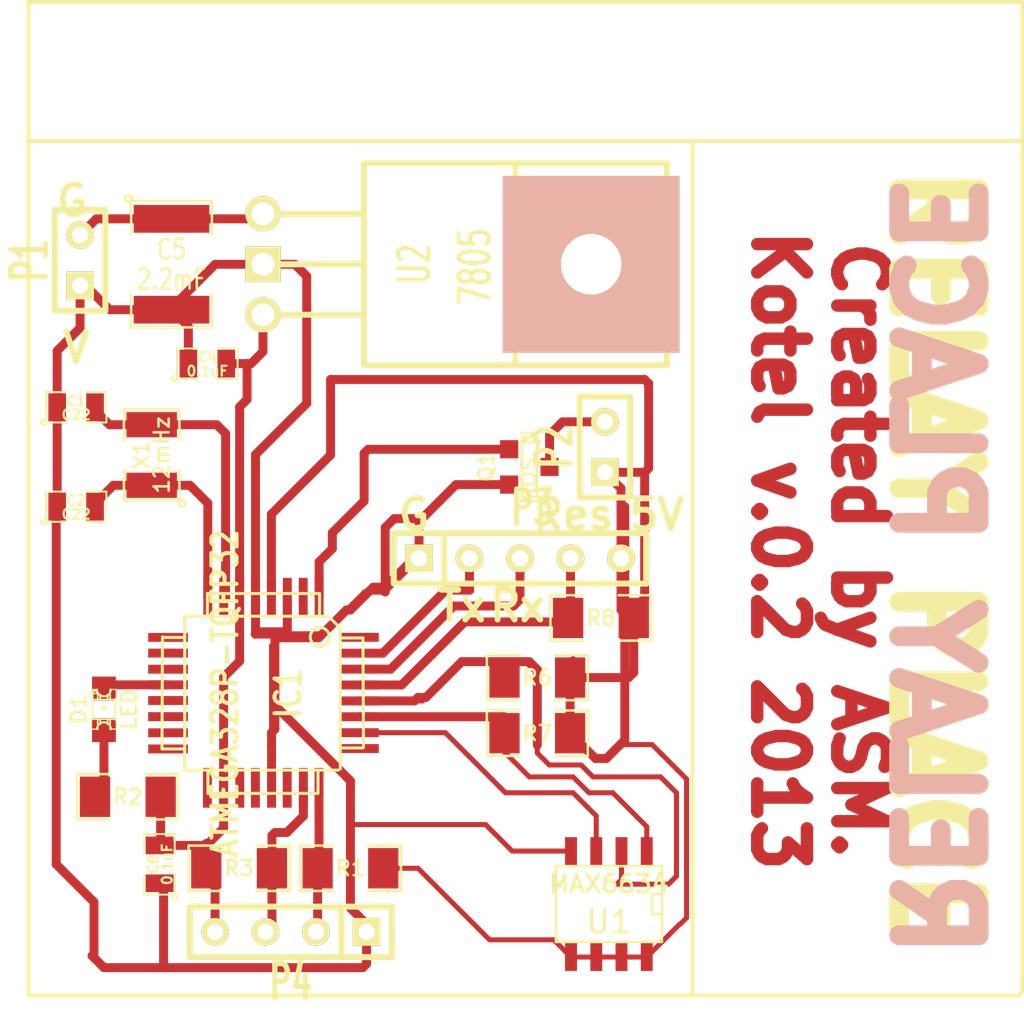
<source format=kicad_pcb>
(kicad_pcb (version 3) (host pcbnew "(2013-may-18)-stable")

  (general
    (links 54)
    (no_connects 1)
    (area 174.18873 118.899999 241.023809 169.61381)
    (thickness 1.6)
    (drawings 17)
    (tracks 262)
    (zones 0)
    (modules 21)
    (nets 18)
  )

  (page A3)
  (layers
    (15 F.Cu signal)
    (0 B.Cu signal)
    (16 B.Adhes user)
    (17 F.Adhes user)
    (18 B.Paste user)
    (19 F.Paste user)
    (20 B.SilkS user)
    (21 F.SilkS user)
    (22 B.Mask user)
    (23 F.Mask user)
    (24 Dwgs.User user)
    (25 Cmts.User user)
    (26 Eco1.User user)
    (27 Eco2.User user)
    (28 Edge.Cuts user)
  )

  (setup
    (last_trace_width 0.254)
    (user_trace_width 0.45)
    (trace_clearance 0.254)
    (zone_clearance 0.508)
    (zone_45_only no)
    (trace_min 0.254)
    (segment_width 0.2)
    (edge_width 0.1)
    (via_size 0.889)
    (via_drill 0.635)
    (via_min_size 0.889)
    (via_min_drill 0.508)
    (uvia_size 0.508)
    (uvia_drill 0.127)
    (uvias_allowed no)
    (uvia_min_size 0.508)
    (uvia_min_drill 0.127)
    (pcb_text_width 0.3)
    (pcb_text_size 1.5 1.5)
    (mod_edge_width 0.15)
    (mod_text_size 1 1)
    (mod_text_width 0.15)
    (pad_size 1.5 1.5)
    (pad_drill 0.6)
    (pad_to_mask_clearance 0)
    (aux_axis_origin 0 0)
    (visible_elements FFFFFFBF)
    (pcbplotparams
      (layerselection 3178497)
      (usegerberextensions false)
      (excludeedgelayer true)
      (linewidth 0.150000)
      (plotframeref false)
      (viasonmask false)
      (mode 1)
      (useauxorigin false)
      (hpglpennumber 1)
      (hpglpenspeed 20)
      (hpglpendiameter 15)
      (hpglpenoverlay 2)
      (psnegative false)
      (psa4output false)
      (plotreference true)
      (plotvalue true)
      (plotothertext true)
      (plotinvisibletext false)
      (padsonsilk false)
      (subtractmaskfromsilk false)
      (outputformat 2)
      (mirror true)
      (drillshape 0)
      (scaleselection 1)
      (outputdirectory ""))
  )

  (net 0 "")
  (net 1 +5V)
  (net 2 /!ALERT)
  (net 3 /Reset)
  (net 4 /Rx)
  (net 5 /SDA)
  (net 6 "/SDA SW")
  (net 7 /SDL)
  (net 8 "/SDL SW")
  (net 9 /TX)
  (net 10 GND)
  (net 11 N-0000017)
  (net 12 N-000003)
  (net 13 N-000004)
  (net 14 N-000005)
  (net 15 N-000008)
  (net 16 N-000009)
  (net 17 VCC)

  (net_class Default "This is the default net class."
    (clearance 0.254)
    (trace_width 0.254)
    (via_dia 0.889)
    (via_drill 0.635)
    (uvia_dia 0.508)
    (uvia_drill 0.127)
    (add_net "")
    (add_net +5V)
    (add_net /!ALERT)
    (add_net /Reset)
    (add_net /Rx)
    (add_net /SDA)
    (add_net "/SDA SW")
    (add_net /SDL)
    (add_net "/SDL SW")
    (add_net /TX)
    (add_net GND)
    (add_net N-0000017)
    (add_net N-000003)
    (add_net N-000004)
    (add_net N-000005)
    (add_net N-000008)
    (add_net N-000009)
    (add_net VCC)
  )

  (module TQFP32 (layer F.Cu) (tedit 43A670DA) (tstamp 52360BE1)
    (at 187.2 153.8 270)
    (path /5236108D)
    (fp_text reference IC1 (at 0 -1.27 270) (layer F.SilkS)
      (effects (font (size 1.27 1.016) (thickness 0.2032)))
    )
    (fp_text value ATMEGA328P-TQFP32 (at 0 1.905 270) (layer F.SilkS)
      (effects (font (size 1.27 1.016) (thickness 0.2032)))
    )
    (fp_line (start 5.0292 2.7686) (end 3.8862 2.7686) (layer F.SilkS) (width 0.1524))
    (fp_line (start 5.0292 -2.7686) (end 3.9116 -2.7686) (layer F.SilkS) (width 0.1524))
    (fp_line (start 5.0292 2.7686) (end 5.0292 -2.7686) (layer F.SilkS) (width 0.1524))
    (fp_line (start 2.794 3.9624) (end 2.794 5.0546) (layer F.SilkS) (width 0.1524))
    (fp_line (start -2.8194 3.9878) (end -2.8194 5.0546) (layer F.SilkS) (width 0.1524))
    (fp_line (start -2.8448 5.0546) (end 2.794 5.08) (layer F.SilkS) (width 0.1524))
    (fp_line (start -2.794 -5.0292) (end 2.7178 -5.0546) (layer F.SilkS) (width 0.1524))
    (fp_line (start -3.8862 -3.2766) (end -3.8862 3.9116) (layer F.SilkS) (width 0.1524))
    (fp_line (start 2.7432 -5.0292) (end 2.7432 -3.9878) (layer F.SilkS) (width 0.1524))
    (fp_line (start -3.2512 -3.8862) (end 3.81 -3.8862) (layer F.SilkS) (width 0.1524))
    (fp_line (start 3.8608 3.937) (end 3.8608 -3.7846) (layer F.SilkS) (width 0.1524))
    (fp_line (start -3.8862 3.937) (end 3.7338 3.937) (layer F.SilkS) (width 0.1524))
    (fp_line (start -5.0292 -2.8448) (end -5.0292 2.794) (layer F.SilkS) (width 0.1524))
    (fp_line (start -5.0292 2.794) (end -3.8862 2.794) (layer F.SilkS) (width 0.1524))
    (fp_line (start -3.87604 -3.302) (end -3.29184 -3.8862) (layer F.SilkS) (width 0.1524))
    (fp_line (start -5.02412 -2.8448) (end -3.87604 -2.8448) (layer F.SilkS) (width 0.1524))
    (fp_line (start -2.794 -3.8862) (end -2.794 -5.03428) (layer F.SilkS) (width 0.1524))
    (fp_circle (center -2.83972 -2.86004) (end -2.43332 -2.60604) (layer F.SilkS) (width 0.1524))
    (pad 8 smd rect (at -4.81584 2.77622 270) (size 1.99898 0.44958)
      (layers F.Cu F.Paste F.Mask)
      (net 16 N-000009)
    )
    (pad 7 smd rect (at -4.81584 1.97612 270) (size 1.99898 0.44958)
      (layers F.Cu F.Paste F.Mask)
      (net 15 N-000008)
    )
    (pad 6 smd rect (at -4.81584 1.17602 270) (size 1.99898 0.44958)
      (layers F.Cu F.Paste F.Mask)
      (net 1 +5V)
    )
    (pad 5 smd rect (at -4.81584 0.37592 270) (size 1.99898 0.44958)
      (layers F.Cu F.Paste F.Mask)
      (net 10 GND)
    )
    (pad 4 smd rect (at -4.81584 -0.42418 270) (size 1.99898 0.44958)
      (layers F.Cu F.Paste F.Mask)
      (net 1 +5V)
    )
    (pad 3 smd rect (at -4.81584 -1.22428 270) (size 1.99898 0.44958)
      (layers F.Cu F.Paste F.Mask)
      (net 10 GND)
    )
    (pad 2 smd rect (at -4.81584 -2.02438 270) (size 1.99898 0.44958)
      (layers F.Cu F.Paste F.Mask)
    )
    (pad 1 smd rect (at -4.81584 -2.82448 270) (size 1.99898 0.44958)
      (layers F.Cu F.Paste F.Mask)
      (net 11 N-0000017)
    )
    (pad 24 smd rect (at 4.7498 -2.8194 270) (size 1.99898 0.44958)
      (layers F.Cu F.Paste F.Mask)
      (net 6 "/SDA SW")
    )
    (pad 17 smd rect (at 4.7498 2.794 270) (size 1.99898 0.44958)
      (layers F.Cu F.Paste F.Mask)
    )
    (pad 18 smd rect (at 4.7498 1.9812 270) (size 1.99898 0.44958)
      (layers F.Cu F.Paste F.Mask)
      (net 1 +5V)
    )
    (pad 19 smd rect (at 4.7498 1.1684 270) (size 1.99898 0.44958)
      (layers F.Cu F.Paste F.Mask)
    )
    (pad 20 smd rect (at 4.7498 0.381 270) (size 1.99898 0.44958)
      (layers F.Cu F.Paste F.Mask)
    )
    (pad 21 smd rect (at 4.7498 -0.4318 270) (size 1.99898 0.44958)
      (layers F.Cu F.Paste F.Mask)
      (net 10 GND)
    )
    (pad 22 smd rect (at 4.7498 -1.2192 270) (size 1.99898 0.44958)
      (layers F.Cu F.Paste F.Mask)
    )
    (pad 23 smd rect (at 4.7498 -2.032 270) (size 1.99898 0.44958)
      (layers F.Cu F.Paste F.Mask)
      (net 8 "/SDL SW")
    )
    (pad 32 smd rect (at -2.82448 -4.826 270) (size 0.44958 1.99898)
      (layers F.Cu F.Paste F.Mask)
    )
    (pad 31 smd rect (at -2.02692 -4.826 270) (size 0.44958 1.99898)
      (layers F.Cu F.Paste F.Mask)
      (net 9 /TX)
    )
    (pad 30 smd rect (at -1.22428 -4.826 270) (size 0.44958 1.99898)
      (layers F.Cu F.Paste F.Mask)
      (net 4 /Rx)
    )
    (pad 29 smd rect (at -0.42672 -4.826 270) (size 0.44958 1.99898)
      (layers F.Cu F.Paste F.Mask)
      (net 3 /Reset)
    )
    (pad 28 smd rect (at 0.37592 -4.826 270) (size 0.44958 1.99898)
      (layers F.Cu F.Paste F.Mask)
      (net 7 /SDL)
    )
    (pad 27 smd rect (at 1.17348 -4.826 270) (size 0.44958 1.99898)
      (layers F.Cu F.Paste F.Mask)
      (net 5 /SDA)
    )
    (pad 26 smd rect (at 1.97612 -4.826 270) (size 0.44958 1.99898)
      (layers F.Cu F.Paste F.Mask)
      (net 2 /!ALERT)
    )
    (pad 25 smd rect (at 2.77368 -4.826 270) (size 0.44958 1.99898)
      (layers F.Cu F.Paste F.Mask)
    )
    (pad 9 smd rect (at -2.8194 4.7752 270) (size 0.44958 1.99898)
      (layers F.Cu F.Paste F.Mask)
    )
    (pad 10 smd rect (at -2.032 4.7752 270) (size 0.44958 1.99898)
      (layers F.Cu F.Paste F.Mask)
    )
    (pad 11 smd rect (at -1.2192 4.7752 270) (size 0.44958 1.99898)
      (layers F.Cu F.Paste F.Mask)
    )
    (pad 12 smd rect (at -0.4318 4.7752 270) (size 0.44958 1.99898)
      (layers F.Cu F.Paste F.Mask)
      (net 14 N-000005)
    )
    (pad 13 smd rect (at 0.3556 4.7752 270) (size 0.44958 1.99898)
      (layers F.Cu F.Paste F.Mask)
    )
    (pad 14 smd rect (at 1.1684 4.7752 270) (size 0.44958 1.99898)
      (layers F.Cu F.Paste F.Mask)
    )
    (pad 15 smd rect (at 1.9812 4.7752 270) (size 0.44958 1.99898)
      (layers F.Cu F.Paste F.Mask)
    )
    (pad 16 smd rect (at 2.794 4.7752 270) (size 0.44958 1.99898)
      (layers F.Cu F.Paste F.Mask)
    )
    (model smd/tqfp32.wrl
      (at (xyz 0 0 0))
      (scale (xyz 1 1 1))
      (rotate (xyz 0 0 0))
    )
  )

  (module SOT23GDS (layer F.Cu) (tedit 50911E03) (tstamp 52360BEC)
    (at 200.6 142.4 90)
    (descr "Module CMS SOT23 Transistore EBC")
    (tags "CMS SOT")
    (path /52360961)
    (attr smd)
    (fp_text reference Q1 (at 0 -2.159 90) (layer F.SilkS)
      (effects (font (size 0.762 0.762) (thickness 0.12954)))
    )
    (fp_text value MOS_N (at 0 0 90) (layer F.SilkS)
      (effects (font (size 0.762 0.762) (thickness 0.12954)))
    )
    (fp_line (start -1.524 -0.381) (end 1.524 -0.381) (layer F.SilkS) (width 0.11938))
    (fp_line (start 1.524 -0.381) (end 1.524 0.381) (layer F.SilkS) (width 0.11938))
    (fp_line (start 1.524 0.381) (end -1.524 0.381) (layer F.SilkS) (width 0.11938))
    (fp_line (start -1.524 0.381) (end -1.524 -0.381) (layer F.SilkS) (width 0.11938))
    (pad S smd rect (at -0.889 -1.016 90) (size 0.9144 0.9144)
      (layers F.Cu F.Paste F.Mask)
      (net 10 GND)
    )
    (pad G smd rect (at 0.889 -1.016 90) (size 0.9144 0.9144)
      (layers F.Cu F.Paste F.Mask)
      (net 11 N-0000017)
    )
    (pad D smd rect (at 0 1.016 90) (size 0.9144 0.9144)
      (layers F.Cu F.Paste F.Mask)
      (net 13 N-000004)
    )
    (model smd/cms_sot23.wrl
      (at (xyz 0 0 0))
      (scale (xyz 0.13 0.15 0.15))
      (rotate (xyz 0 0 0))
    )
  )

  (module SM1206 (layer F.Cu) (tedit 42806E24) (tstamp 52360BF8)
    (at 201 155.8)
    (path /522A3821)
    (attr smd)
    (fp_text reference R7 (at 0 0) (layer F.SilkS)
      (effects (font (size 0.762 0.762) (thickness 0.127)))
    )
    (fp_text value R4.7 (at 0 0) (layer F.SilkS) hide
      (effects (font (size 0.762 0.762) (thickness 0.127)))
    )
    (fp_line (start -2.54 -1.143) (end -2.54 1.143) (layer F.SilkS) (width 0.127))
    (fp_line (start -2.54 1.143) (end -0.889 1.143) (layer F.SilkS) (width 0.127))
    (fp_line (start 0.889 -1.143) (end 2.54 -1.143) (layer F.SilkS) (width 0.127))
    (fp_line (start 2.54 -1.143) (end 2.54 1.143) (layer F.SilkS) (width 0.127))
    (fp_line (start 2.54 1.143) (end 0.889 1.143) (layer F.SilkS) (width 0.127))
    (fp_line (start -0.889 -1.143) (end -2.54 -1.143) (layer F.SilkS) (width 0.127))
    (pad 1 smd rect (at -1.651 0) (size 1.524 2.032)
      (layers F.Cu F.Paste F.Mask)
      (net 5 /SDA)
    )
    (pad 2 smd rect (at 1.651 0) (size 1.524 2.032)
      (layers F.Cu F.Paste F.Mask)
      (net 1 +5V)
    )
    (model smd/chip_cms.wrl
      (at (xyz 0 0 0))
      (scale (xyz 0.17 0.16 0.16))
      (rotate (xyz 0 0 0))
    )
  )

  (module SM1206 (layer F.Cu) (tedit 42806E24) (tstamp 52360C04)
    (at 201 153)
    (path /522A381B)
    (attr smd)
    (fp_text reference R6 (at 0 0) (layer F.SilkS)
      (effects (font (size 0.762 0.762) (thickness 0.127)))
    )
    (fp_text value R4.7 (at 0 0) (layer F.SilkS) hide
      (effects (font (size 0.762 0.762) (thickness 0.127)))
    )
    (fp_line (start -2.54 -1.143) (end -2.54 1.143) (layer F.SilkS) (width 0.127))
    (fp_line (start -2.54 1.143) (end -0.889 1.143) (layer F.SilkS) (width 0.127))
    (fp_line (start 0.889 -1.143) (end 2.54 -1.143) (layer F.SilkS) (width 0.127))
    (fp_line (start 2.54 -1.143) (end 2.54 1.143) (layer F.SilkS) (width 0.127))
    (fp_line (start 2.54 1.143) (end 0.889 1.143) (layer F.SilkS) (width 0.127))
    (fp_line (start -0.889 -1.143) (end -2.54 -1.143) (layer F.SilkS) (width 0.127))
    (pad 1 smd rect (at -1.651 0) (size 1.524 2.032)
      (layers F.Cu F.Paste F.Mask)
      (net 7 /SDL)
    )
    (pad 2 smd rect (at 1.651 0) (size 1.524 2.032)
      (layers F.Cu F.Paste F.Mask)
      (net 1 +5V)
    )
    (model smd/chip_cms.wrl
      (at (xyz 0 0 0))
      (scale (xyz 0.17 0.16 0.16))
      (rotate (xyz 0 0 0))
    )
  )

  (module SM1206 (layer F.Cu) (tedit 42806E24) (tstamp 52360C10)
    (at 186 162.6 180)
    (path /52448428)
    (attr smd)
    (fp_text reference R3 (at 0 0 180) (layer F.SilkS)
      (effects (font (size 0.762 0.762) (thickness 0.127)))
    )
    (fp_text value R4.7 (at 0 0 180) (layer F.SilkS) hide
      (effects (font (size 0.762 0.762) (thickness 0.127)))
    )
    (fp_line (start -2.54 -1.143) (end -2.54 1.143) (layer F.SilkS) (width 0.127))
    (fp_line (start -2.54 1.143) (end -0.889 1.143) (layer F.SilkS) (width 0.127))
    (fp_line (start 0.889 -1.143) (end 2.54 -1.143) (layer F.SilkS) (width 0.127))
    (fp_line (start 2.54 -1.143) (end 2.54 1.143) (layer F.SilkS) (width 0.127))
    (fp_line (start 2.54 1.143) (end 0.889 1.143) (layer F.SilkS) (width 0.127))
    (fp_line (start -0.889 -1.143) (end -2.54 -1.143) (layer F.SilkS) (width 0.127))
    (pad 1 smd rect (at -1.651 0 180) (size 1.524 2.032)
      (layers F.Cu F.Paste F.Mask)
      (net 8 "/SDL SW")
    )
    (pad 2 smd rect (at 1.651 0 180) (size 1.524 2.032)
      (layers F.Cu F.Paste F.Mask)
      (net 1 +5V)
    )
    (model smd/chip_cms.wrl
      (at (xyz 0 0 0))
      (scale (xyz 0.17 0.16 0.16))
      (rotate (xyz 0 0 0))
    )
  )

  (module SM1206 (layer F.Cu) (tedit 42806E24) (tstamp 52360C34)
    (at 180.4 159 180)
    (path /5235FAA6)
    (attr smd)
    (fp_text reference R2 (at 0 0 180) (layer F.SilkS)
      (effects (font (size 0.762 0.762) (thickness 0.127)))
    )
    (fp_text value 200 (at 0 0 180) (layer F.SilkS) hide
      (effects (font (size 0.762 0.762) (thickness 0.127)))
    )
    (fp_line (start -2.54 -1.143) (end -2.54 1.143) (layer F.SilkS) (width 0.127))
    (fp_line (start -2.54 1.143) (end -0.889 1.143) (layer F.SilkS) (width 0.127))
    (fp_line (start 0.889 -1.143) (end 2.54 -1.143) (layer F.SilkS) (width 0.127))
    (fp_line (start 2.54 -1.143) (end 2.54 1.143) (layer F.SilkS) (width 0.127))
    (fp_line (start 2.54 1.143) (end 0.889 1.143) (layer F.SilkS) (width 0.127))
    (fp_line (start -0.889 -1.143) (end -2.54 -1.143) (layer F.SilkS) (width 0.127))
    (pad 1 smd rect (at -1.651 0 180) (size 1.524 2.032)
      (layers F.Cu F.Paste F.Mask)
      (net 1 +5V)
    )
    (pad 2 smd rect (at 1.651 0 180) (size 1.524 2.032)
      (layers F.Cu F.Paste F.Mask)
      (net 12 N-000003)
    )
    (model smd/chip_cms.wrl
      (at (xyz 0 0 0))
      (scale (xyz 0.17 0.16 0.16))
      (rotate (xyz 0 0 0))
    )
  )

  (module SM0805 (layer F.Cu) (tedit 5091495C) (tstamp 52360C41)
    (at 184.4 137.2)
    (path /5236108A)
    (attr smd)
    (fp_text reference C4 (at 0 -0.3175) (layer F.SilkS)
      (effects (font (size 0.50038 0.50038) (thickness 0.10922)))
    )
    (fp_text value 0.1uF (at 0 0.381) (layer F.SilkS)
      (effects (font (size 0.50038 0.50038) (thickness 0.10922)))
    )
    (fp_circle (center -1.651 0.762) (end -1.651 0.635) (layer F.SilkS) (width 0.09906))
    (fp_line (start -0.508 0.762) (end -1.524 0.762) (layer F.SilkS) (width 0.09906))
    (fp_line (start -1.524 0.762) (end -1.524 -0.762) (layer F.SilkS) (width 0.09906))
    (fp_line (start -1.524 -0.762) (end -0.508 -0.762) (layer F.SilkS) (width 0.09906))
    (fp_line (start 0.508 -0.762) (end 1.524 -0.762) (layer F.SilkS) (width 0.09906))
    (fp_line (start 1.524 -0.762) (end 1.524 0.762) (layer F.SilkS) (width 0.09906))
    (fp_line (start 1.524 0.762) (end 0.508 0.762) (layer F.SilkS) (width 0.09906))
    (pad 1 smd rect (at -0.9525 0) (size 0.889 1.397)
      (layers F.Cu F.Paste F.Mask)
      (net 10 GND)
    )
    (pad 2 smd rect (at 0.9525 0) (size 0.889 1.397)
      (layers F.Cu F.Paste F.Mask)
      (net 1 +5V)
    )
    (model smd/chip_cms.wrl
      (at (xyz 0 0 0))
      (scale (xyz 0.1 0.1 0.1))
      (rotate (xyz 0 0 0))
    )
  )

  (module SM0805 (layer F.Cu) (tedit 5091495C) (tstamp 52360C4E)
    (at 182 162.4 90)
    (path /52361093)
    (attr smd)
    (fp_text reference C6 (at 0 -0.3175 90) (layer F.SilkS)
      (effects (font (size 0.50038 0.50038) (thickness 0.10922)))
    )
    (fp_text value 0.1uF (at 0 0.381 90) (layer F.SilkS)
      (effects (font (size 0.50038 0.50038) (thickness 0.10922)))
    )
    (fp_circle (center -1.651 0.762) (end -1.651 0.635) (layer F.SilkS) (width 0.09906))
    (fp_line (start -0.508 0.762) (end -1.524 0.762) (layer F.SilkS) (width 0.09906))
    (fp_line (start -1.524 0.762) (end -1.524 -0.762) (layer F.SilkS) (width 0.09906))
    (fp_line (start -1.524 -0.762) (end -0.508 -0.762) (layer F.SilkS) (width 0.09906))
    (fp_line (start 0.508 -0.762) (end 1.524 -0.762) (layer F.SilkS) (width 0.09906))
    (fp_line (start 1.524 -0.762) (end 1.524 0.762) (layer F.SilkS) (width 0.09906))
    (fp_line (start 1.524 0.762) (end 0.508 0.762) (layer F.SilkS) (width 0.09906))
    (pad 1 smd rect (at -0.9525 0 90) (size 0.889 1.397)
      (layers F.Cu F.Paste F.Mask)
      (net 10 GND)
    )
    (pad 2 smd rect (at 0.9525 0 90) (size 0.889 1.397)
      (layers F.Cu F.Paste F.Mask)
      (net 1 +5V)
    )
    (model smd/chip_cms.wrl
      (at (xyz 0 0 0))
      (scale (xyz 0.1 0.1 0.1))
      (rotate (xyz 0 0 0))
    )
  )

  (module SM0805 (layer F.Cu) (tedit 5091495C) (tstamp 52360C68)
    (at 177.8 144.4)
    (path /5235F94F)
    (attr smd)
    (fp_text reference C2 (at 0 -0.3175) (layer F.SilkS)
      (effects (font (size 0.50038 0.50038) (thickness 0.10922)))
    )
    (fp_text value C22 (at 0 0.381) (layer F.SilkS)
      (effects (font (size 0.50038 0.50038) (thickness 0.10922)))
    )
    (fp_circle (center -1.651 0.762) (end -1.651 0.635) (layer F.SilkS) (width 0.09906))
    (fp_line (start -0.508 0.762) (end -1.524 0.762) (layer F.SilkS) (width 0.09906))
    (fp_line (start -1.524 0.762) (end -1.524 -0.762) (layer F.SilkS) (width 0.09906))
    (fp_line (start -1.524 -0.762) (end -0.508 -0.762) (layer F.SilkS) (width 0.09906))
    (fp_line (start 0.508 -0.762) (end 1.524 -0.762) (layer F.SilkS) (width 0.09906))
    (fp_line (start 1.524 -0.762) (end 1.524 0.762) (layer F.SilkS) (width 0.09906))
    (fp_line (start 1.524 0.762) (end 0.508 0.762) (layer F.SilkS) (width 0.09906))
    (pad 1 smd rect (at -0.9525 0) (size 0.889 1.397)
      (layers F.Cu F.Paste F.Mask)
      (net 10 GND)
    )
    (pad 2 smd rect (at 0.9525 0) (size 0.889 1.397)
      (layers F.Cu F.Paste F.Mask)
      (net 16 N-000009)
    )
    (model smd/chip_cms.wrl
      (at (xyz 0 0 0))
      (scale (xyz 0.1 0.1 0.1))
      (rotate (xyz 0 0 0))
    )
  )

  (module SM0805 (layer F.Cu) (tedit 5091495C) (tstamp 52360C75)
    (at 177.8 139.4)
    (path /5235F942)
    (attr smd)
    (fp_text reference C1 (at 0 -0.3175) (layer F.SilkS)
      (effects (font (size 0.50038 0.50038) (thickness 0.10922)))
    )
    (fp_text value C22 (at 0 0.381) (layer F.SilkS)
      (effects (font (size 0.50038 0.50038) (thickness 0.10922)))
    )
    (fp_circle (center -1.651 0.762) (end -1.651 0.635) (layer F.SilkS) (width 0.09906))
    (fp_line (start -0.508 0.762) (end -1.524 0.762) (layer F.SilkS) (width 0.09906))
    (fp_line (start -1.524 0.762) (end -1.524 -0.762) (layer F.SilkS) (width 0.09906))
    (fp_line (start -1.524 -0.762) (end -0.508 -0.762) (layer F.SilkS) (width 0.09906))
    (fp_line (start 0.508 -0.762) (end 1.524 -0.762) (layer F.SilkS) (width 0.09906))
    (fp_line (start 1.524 -0.762) (end 1.524 0.762) (layer F.SilkS) (width 0.09906))
    (fp_line (start 1.524 0.762) (end 0.508 0.762) (layer F.SilkS) (width 0.09906))
    (pad 1 smd rect (at -0.9525 0) (size 0.889 1.397)
      (layers F.Cu F.Paste F.Mask)
      (net 10 GND)
    )
    (pad 2 smd rect (at 0.9525 0) (size 0.889 1.397)
      (layers F.Cu F.Paste F.Mask)
      (net 15 N-000008)
    )
    (model smd/chip_cms.wrl
      (at (xyz 0 0 0))
      (scale (xyz 0.1 0.1 0.1))
      (rotate (xyz 0 0 0))
    )
  )

  (module SIL-5 (layer F.Cu) (tedit 200000) (tstamp 52360C83)
    (at 201.4 147)
    (descr "Connecteur 5 pins")
    (tags "CONN DEV")
    (path /5235F648)
    (fp_text reference P3 (at -0.635 -2.54) (layer F.SilkS)
      (effects (font (size 1.72974 1.08712) (thickness 0.3048)))
    )
    (fp_text value UART_RST (at 0 -2.54) (layer F.SilkS) hide
      (effects (font (size 1.524 1.016) (thickness 0.3048)))
    )
    (fp_line (start -7.62 1.27) (end -7.62 -1.27) (layer F.SilkS) (width 0.3048))
    (fp_line (start -7.62 -1.27) (end 5.08 -1.27) (layer F.SilkS) (width 0.3048))
    (fp_line (start 5.08 -1.27) (end 5.08 1.27) (layer F.SilkS) (width 0.3048))
    (fp_line (start 5.08 1.27) (end -7.62 1.27) (layer F.SilkS) (width 0.3048))
    (fp_line (start -5.08 1.27) (end -5.08 -1.27) (layer F.SilkS) (width 0.3048))
    (pad 1 thru_hole rect (at -6.35 0) (size 1.397 1.397) (drill 0.8128)
      (layers *.Cu *.Mask F.SilkS)
      (net 10 GND)
    )
    (pad 2 thru_hole circle (at -3.81 0) (size 1.397 1.397) (drill 0.8128)
      (layers *.Cu *.Mask F.SilkS)
      (net 9 /TX)
    )
    (pad 3 thru_hole circle (at -1.27 0) (size 1.397 1.397) (drill 0.8128)
      (layers *.Cu *.Mask F.SilkS)
      (net 4 /Rx)
    )
    (pad 4 thru_hole circle (at 1.27 0) (size 1.397 1.397) (drill 0.8128)
      (layers *.Cu *.Mask F.SilkS)
      (net 3 /Reset)
    )
    (pad 5 thru_hole circle (at 3.81 0) (size 1.397 1.397) (drill 0.8128)
      (layers *.Cu *.Mask F.SilkS)
      (net 1 +5V)
    )
  )

  (module SIL-2 (layer F.Cu) (tedit 200000) (tstamp 52360C8D)
    (at 204.4 141.4 90)
    (descr "Connecteurs 2 pins")
    (tags "CONN DEV")
    (path /5236023E)
    (fp_text reference P2 (at 0 -2.54 90) (layer F.SilkS)
      (effects (font (size 1.72974 1.08712) (thickness 0.3048)))
    )
    (fp_text value "RELE CONNECTOR" (at 0 -2.54 90) (layer F.SilkS) hide
      (effects (font (size 1.524 1.016) (thickness 0.3048)))
    )
    (fp_line (start -2.54 1.27) (end -2.54 -1.27) (layer F.SilkS) (width 0.3048))
    (fp_line (start -2.54 -1.27) (end 2.54 -1.27) (layer F.SilkS) (width 0.3048))
    (fp_line (start 2.54 -1.27) (end 2.54 1.27) (layer F.SilkS) (width 0.3048))
    (fp_line (start 2.54 1.27) (end -2.54 1.27) (layer F.SilkS) (width 0.3048))
    (pad 1 thru_hole rect (at -1.27 0 90) (size 1.397 1.397) (drill 0.8128)
      (layers *.Cu *.Mask F.SilkS)
      (net 1 +5V)
    )
    (pad 2 thru_hole circle (at 1.27 0 90) (size 1.397 1.397) (drill 0.8128)
      (layers *.Cu *.Mask F.SilkS)
      (net 13 N-000004)
    )
  )

  (module SIL-2 (layer F.Cu) (tedit 200000) (tstamp 52360C97)
    (at 178 132 90)
    (descr "Connecteurs 2 pins")
    (tags "CONN DEV")
    (path /52360C91)
    (fp_text reference P1 (at 0 -2.54 90) (layer F.SilkS)
      (effects (font (size 1.72974 1.08712) (thickness 0.3048)))
    )
    (fp_text value Power (at 0 -2.54 90) (layer F.SilkS) hide
      (effects (font (size 1.524 1.016) (thickness 0.3048)))
    )
    (fp_line (start -2.54 1.27) (end -2.54 -1.27) (layer F.SilkS) (width 0.3048))
    (fp_line (start -2.54 -1.27) (end 2.54 -1.27) (layer F.SilkS) (width 0.3048))
    (fp_line (start 2.54 -1.27) (end 2.54 1.27) (layer F.SilkS) (width 0.3048))
    (fp_line (start 2.54 1.27) (end -2.54 1.27) (layer F.SilkS) (width 0.3048))
    (pad 1 thru_hole rect (at -1.27 0 90) (size 1.397 1.397) (drill 0.8128)
      (layers *.Cu *.Mask F.SilkS)
      (net 10 GND)
    )
    (pad 2 thru_hole circle (at 1.27 0 90) (size 1.397 1.397) (drill 0.8128)
      (layers *.Cu *.Mask F.SilkS)
      (net 17 VCC)
    )
  )

  (module LM78XX (layer F.Cu) (tedit 200000) (tstamp 52361291)
    (at 187.2 132.2)
    (descr "Regulateur TO220 serie LM78xx")
    (tags "TR TO220")
    (path /52360BB5)
    (fp_text reference U2 (at 7.62 0 90) (layer F.SilkS)
      (effects (font (size 1.524 1.016) (thickness 0.2032)))
    )
    (fp_text value 7805 (at 10.668 0.127 90) (layer F.SilkS)
      (effects (font (size 1.524 1.016) (thickness 0.2032)))
    )
    (fp_line (start 0 -2.54) (end 5.08 -2.54) (layer F.SilkS) (width 0.3048))
    (fp_line (start 0 0) (end 5.08 0) (layer F.SilkS) (width 0.3048))
    (fp_line (start 0 2.54) (end 5.08 2.54) (layer F.SilkS) (width 0.3048))
    (fp_line (start 5.08 -3.81) (end 5.08 5.08) (layer F.SilkS) (width 0.3048))
    (fp_line (start 5.08 5.08) (end 20.32 5.08) (layer F.SilkS) (width 0.3048))
    (fp_line (start 20.32 5.08) (end 20.32 -5.08) (layer F.SilkS) (width 0.3048))
    (fp_line (start 5.08 -3.81) (end 5.08 -5.08) (layer F.SilkS) (width 0.3048))
    (fp_line (start 12.7 3.81) (end 12.7 -5.08) (layer F.SilkS) (width 0.3048))
    (fp_line (start 12.7 3.81) (end 12.7 5.08) (layer F.SilkS) (width 0.3048))
    (fp_line (start 5.08 -5.08) (end 20.32 -5.08) (layer F.SilkS) (width 0.3048))
    (pad 4 thru_hole rect (at 16.51 0) (size 8.89 8.89) (drill 3.048)
      (layers *.Cu *.SilkS *.Mask)
    )
    (pad VI thru_hole circle (at 0 -2.54) (size 1.778 1.778) (drill 1.143)
      (layers *.Cu *.Mask F.SilkS)
      (net 17 VCC)
    )
    (pad GND thru_hole rect (at 0 0) (size 1.778 1.778) (drill 1.143)
      (layers *.Cu *.Mask F.SilkS)
      (net 10 GND)
    )
    (pad VO thru_hole circle (at 0 2.54) (size 1.778 1.778) (drill 1.143)
      (layers *.Cu *.Mask F.SilkS)
      (net 1 +5V)
    )
    (model discret/to220_horiz.wrl
      (at (xyz 0 0 0))
      (scale (xyz 1 1 1))
      (rotate (xyz 0 0 0))
    )
  )

  (module LED-0805 (layer F.Cu) (tedit 49DC4C0B) (tstamp 52360CEC)
    (at 179.2 154.6 90)
    (descr "LED 0805 smd package")
    (tags "LED 0805 SMD")
    (path /5235FAB5)
    (attr smd)
    (fp_text reference D1 (at 0 -1.27 90) (layer F.SilkS)
      (effects (font (size 0.762 0.762) (thickness 0.127)))
    )
    (fp_text value LED (at 0 1.27 90) (layer F.SilkS)
      (effects (font (size 0.762 0.762) (thickness 0.127)))
    )
    (fp_line (start 0.49784 0.29972) (end 0.49784 0.62484) (layer F.SilkS) (width 0.06604))
    (fp_line (start 0.49784 0.62484) (end 0.99822 0.62484) (layer F.SilkS) (width 0.06604))
    (fp_line (start 0.99822 0.29972) (end 0.99822 0.62484) (layer F.SilkS) (width 0.06604))
    (fp_line (start 0.49784 0.29972) (end 0.99822 0.29972) (layer F.SilkS) (width 0.06604))
    (fp_line (start 0.49784 -0.32258) (end 0.49784 -0.17272) (layer F.SilkS) (width 0.06604))
    (fp_line (start 0.49784 -0.17272) (end 0.7493 -0.17272) (layer F.SilkS) (width 0.06604))
    (fp_line (start 0.7493 -0.32258) (end 0.7493 -0.17272) (layer F.SilkS) (width 0.06604))
    (fp_line (start 0.49784 -0.32258) (end 0.7493 -0.32258) (layer F.SilkS) (width 0.06604))
    (fp_line (start 0.49784 0.17272) (end 0.49784 0.32258) (layer F.SilkS) (width 0.06604))
    (fp_line (start 0.49784 0.32258) (end 0.7493 0.32258) (layer F.SilkS) (width 0.06604))
    (fp_line (start 0.7493 0.17272) (end 0.7493 0.32258) (layer F.SilkS) (width 0.06604))
    (fp_line (start 0.49784 0.17272) (end 0.7493 0.17272) (layer F.SilkS) (width 0.06604))
    (fp_line (start 0.49784 -0.19812) (end 0.49784 0.19812) (layer F.SilkS) (width 0.06604))
    (fp_line (start 0.49784 0.19812) (end 0.6731 0.19812) (layer F.SilkS) (width 0.06604))
    (fp_line (start 0.6731 -0.19812) (end 0.6731 0.19812) (layer F.SilkS) (width 0.06604))
    (fp_line (start 0.49784 -0.19812) (end 0.6731 -0.19812) (layer F.SilkS) (width 0.06604))
    (fp_line (start -0.99822 0.29972) (end -0.99822 0.62484) (layer F.SilkS) (width 0.06604))
    (fp_line (start -0.99822 0.62484) (end -0.49784 0.62484) (layer F.SilkS) (width 0.06604))
    (fp_line (start -0.49784 0.29972) (end -0.49784 0.62484) (layer F.SilkS) (width 0.06604))
    (fp_line (start -0.99822 0.29972) (end -0.49784 0.29972) (layer F.SilkS) (width 0.06604))
    (fp_line (start -0.99822 -0.62484) (end -0.99822 -0.29972) (layer F.SilkS) (width 0.06604))
    (fp_line (start -0.99822 -0.29972) (end -0.49784 -0.29972) (layer F.SilkS) (width 0.06604))
    (fp_line (start -0.49784 -0.62484) (end -0.49784 -0.29972) (layer F.SilkS) (width 0.06604))
    (fp_line (start -0.99822 -0.62484) (end -0.49784 -0.62484) (layer F.SilkS) (width 0.06604))
    (fp_line (start -0.7493 0.17272) (end -0.7493 0.32258) (layer F.SilkS) (width 0.06604))
    (fp_line (start -0.7493 0.32258) (end -0.49784 0.32258) (layer F.SilkS) (width 0.06604))
    (fp_line (start -0.49784 0.17272) (end -0.49784 0.32258) (layer F.SilkS) (width 0.06604))
    (fp_line (start -0.7493 0.17272) (end -0.49784 0.17272) (layer F.SilkS) (width 0.06604))
    (fp_line (start -0.7493 -0.32258) (end -0.7493 -0.17272) (layer F.SilkS) (width 0.06604))
    (fp_line (start -0.7493 -0.17272) (end -0.49784 -0.17272) (layer F.SilkS) (width 0.06604))
    (fp_line (start -0.49784 -0.32258) (end -0.49784 -0.17272) (layer F.SilkS) (width 0.06604))
    (fp_line (start -0.7493 -0.32258) (end -0.49784 -0.32258) (layer F.SilkS) (width 0.06604))
    (fp_line (start -0.6731 -0.19812) (end -0.6731 0.19812) (layer F.SilkS) (width 0.06604))
    (fp_line (start -0.6731 0.19812) (end -0.49784 0.19812) (layer F.SilkS) (width 0.06604))
    (fp_line (start -0.49784 -0.19812) (end -0.49784 0.19812) (layer F.SilkS) (width 0.06604))
    (fp_line (start -0.6731 -0.19812) (end -0.49784 -0.19812) (layer F.SilkS) (width 0.06604))
    (fp_line (start 0 -0.09906) (end 0 0.09906) (layer F.SilkS) (width 0.06604))
    (fp_line (start 0 0.09906) (end 0.19812 0.09906) (layer F.SilkS) (width 0.06604))
    (fp_line (start 0.19812 -0.09906) (end 0.19812 0.09906) (layer F.SilkS) (width 0.06604))
    (fp_line (start 0 -0.09906) (end 0.19812 -0.09906) (layer F.SilkS) (width 0.06604))
    (fp_line (start 0.49784 -0.59944) (end 0.49784 -0.29972) (layer F.SilkS) (width 0.06604))
    (fp_line (start 0.49784 -0.29972) (end 0.79756 -0.29972) (layer F.SilkS) (width 0.06604))
    (fp_line (start 0.79756 -0.59944) (end 0.79756 -0.29972) (layer F.SilkS) (width 0.06604))
    (fp_line (start 0.49784 -0.59944) (end 0.79756 -0.59944) (layer F.SilkS) (width 0.06604))
    (fp_line (start 0.92456 -0.62484) (end 0.92456 -0.39878) (layer F.SilkS) (width 0.06604))
    (fp_line (start 0.92456 -0.39878) (end 0.99822 -0.39878) (layer F.SilkS) (width 0.06604))
    (fp_line (start 0.99822 -0.62484) (end 0.99822 -0.39878) (layer F.SilkS) (width 0.06604))
    (fp_line (start 0.92456 -0.62484) (end 0.99822 -0.62484) (layer F.SilkS) (width 0.06604))
    (fp_line (start 0.52324 0.57404) (end -0.52324 0.57404) (layer F.SilkS) (width 0.1016))
    (fp_line (start -0.49784 -0.57404) (end 0.92456 -0.57404) (layer F.SilkS) (width 0.1016))
    (fp_circle (center 0.84836 -0.44958) (end 0.89916 -0.50038) (layer F.SilkS) (width 0.0508))
    (fp_arc (start 0.99822 0) (end 0.99822 0.34798) (angle 180) (layer F.SilkS) (width 0.1016))
    (fp_arc (start -0.99822 0) (end -0.99822 -0.34798) (angle 180) (layer F.SilkS) (width 0.1016))
    (pad 1 smd rect (at -1.04902 0 90) (size 1.19888 1.19888)
      (layers F.Cu F.Paste F.Mask)
      (net 12 N-000003)
    )
    (pad 2 smd rect (at 1.04902 0 90) (size 1.19888 1.19888)
      (layers F.Cu F.Paste F.Mask)
      (net 14 N-000005)
    )
  )

  (module SO8E (layer F.Cu) (tedit 4F33A5C7) (tstamp 52360E29)
    (at 204.6 164.4 180)
    (descr "module CMS SOJ 8 pins etroit")
    (tags "CMS SOJ")
    (path /523618A3)
    (attr smd)
    (fp_text reference U1 (at 0 -0.889 180) (layer F.SilkS)
      (effects (font (size 1.143 1.143) (thickness 0.1524)))
    )
    (fp_text value MAX6634 (at 0 1.016 180) (layer F.SilkS)
      (effects (font (size 0.889 0.889) (thickness 0.1524)))
    )
    (fp_line (start -2.667 1.778) (end -2.667 1.905) (layer F.SilkS) (width 0.127))
    (fp_line (start -2.667 1.905) (end 2.667 1.905) (layer F.SilkS) (width 0.127))
    (fp_line (start 2.667 -1.905) (end -2.667 -1.905) (layer F.SilkS) (width 0.127))
    (fp_line (start -2.667 -1.905) (end -2.667 1.778) (layer F.SilkS) (width 0.127))
    (fp_line (start -2.667 -0.508) (end -2.159 -0.508) (layer F.SilkS) (width 0.127))
    (fp_line (start -2.159 -0.508) (end -2.159 0.508) (layer F.SilkS) (width 0.127))
    (fp_line (start -2.159 0.508) (end -2.667 0.508) (layer F.SilkS) (width 0.127))
    (fp_line (start 2.667 -1.905) (end 2.667 1.905) (layer F.SilkS) (width 0.127))
    (pad 8 smd rect (at -1.905 -2.667 180) (size 0.59944 1.39954)
      (layers F.Cu F.Paste F.Mask)
      (net 1 +5V)
    )
    (pad 1 smd rect (at -1.905 2.667 180) (size 0.59944 1.39954)
      (layers F.Cu F.Paste F.Mask)
      (net 5 /SDA)
    )
    (pad 7 smd rect (at -0.635 -2.667 180) (size 0.59944 1.39954)
      (layers F.Cu F.Paste F.Mask)
      (net 1 +5V)
    )
    (pad 6 smd rect (at 0.635 -2.667 180) (size 0.59944 1.39954)
      (layers F.Cu F.Paste F.Mask)
      (net 1 +5V)
    )
    (pad 5 smd rect (at 1.905 -2.667 180) (size 0.59944 1.39954)
      (layers F.Cu F.Paste F.Mask)
      (net 1 +5V)
    )
    (pad 2 smd rect (at -0.635 2.667 180) (size 0.59944 1.39954)
      (layers F.Cu F.Paste F.Mask)
      (net 7 /SDL)
    )
    (pad 3 smd rect (at 0.635 2.667 180) (size 0.59944 1.39954)
      (layers F.Cu F.Paste F.Mask)
      (net 2 /!ALERT)
    )
    (pad 4 smd rect (at 1.905 2.667 180) (size 0.59944 1.39954)
      (layers F.Cu F.Paste F.Mask)
      (net 10 GND)
    )
    (model smd/cms_so8.wrl
      (at (xyz 0 0 0))
      (scale (xyz 0.5 0.32 0.5))
      (rotate (xyz 0 0 0))
    )
  )

  (module SM1206 (layer F.Cu) (tedit 42806E24) (tstamp 523CAD7C)
    (at 204.2 150)
    (path /523CACFA)
    (attr smd)
    (fp_text reference R8 (at 0 0) (layer F.SilkS)
      (effects (font (size 0.762 0.762) (thickness 0.127)))
    )
    (fp_text value 1k (at 0 0) (layer F.SilkS) hide
      (effects (font (size 0.762 0.762) (thickness 0.127)))
    )
    (fp_line (start -2.54 -1.143) (end -2.54 1.143) (layer F.SilkS) (width 0.127))
    (fp_line (start -2.54 1.143) (end -0.889 1.143) (layer F.SilkS) (width 0.127))
    (fp_line (start 0.889 -1.143) (end 2.54 -1.143) (layer F.SilkS) (width 0.127))
    (fp_line (start 2.54 -1.143) (end 2.54 1.143) (layer F.SilkS) (width 0.127))
    (fp_line (start 2.54 1.143) (end 0.889 1.143) (layer F.SilkS) (width 0.127))
    (fp_line (start -0.889 -1.143) (end -2.54 -1.143) (layer F.SilkS) (width 0.127))
    (pad 1 smd rect (at -1.651 0) (size 1.524 2.032)
      (layers F.Cu F.Paste F.Mask)
      (net 3 /Reset)
    )
    (pad 2 smd rect (at 1.651 0) (size 1.524 2.032)
      (layers F.Cu F.Paste F.Mask)
      (net 1 +5V)
    )
    (model smd/chip_cms.wrl
      (at (xyz 0 0 0))
      (scale (xyz 0.17 0.16 0.16))
      (rotate (xyz 0 0 0))
    )
  )

  (module SIL-4 (layer F.Cu) (tedit 200000) (tstamp 524483B4)
    (at 188.6 165.8 180)
    (descr "Connecteur 4 pibs")
    (tags "CONN DEV")
    (path /52447EB0)
    (fp_text reference P4 (at 0 -2.54 180) (layer F.SilkS)
      (effects (font (size 1.73482 1.08712) (thickness 0.3048)))
    )
    (fp_text value "TWI SW" (at 0 -2.54 180) (layer F.SilkS) hide
      (effects (font (size 1.524 1.016) (thickness 0.3048)))
    )
    (fp_line (start -5.08 -1.27) (end -5.08 -1.27) (layer F.SilkS) (width 0.3048))
    (fp_line (start -5.08 1.27) (end -5.08 -1.27) (layer F.SilkS) (width 0.3048))
    (fp_line (start -5.08 -1.27) (end -5.08 -1.27) (layer F.SilkS) (width 0.3048))
    (fp_line (start -5.08 -1.27) (end 5.08 -1.27) (layer F.SilkS) (width 0.3048))
    (fp_line (start 5.08 -1.27) (end 5.08 1.27) (layer F.SilkS) (width 0.3048))
    (fp_line (start 5.08 1.27) (end -5.08 1.27) (layer F.SilkS) (width 0.3048))
    (fp_line (start -2.54 1.27) (end -2.54 -1.27) (layer F.SilkS) (width 0.3048))
    (pad 1 thru_hole rect (at -3.81 0 180) (size 1.397 1.397) (drill 0.8128)
      (layers *.Cu *.Mask F.SilkS)
      (net 10 GND)
    )
    (pad 2 thru_hole circle (at -1.27 0 180) (size 1.397 1.397) (drill 0.8128)
      (layers *.Cu *.Mask F.SilkS)
      (net 6 "/SDA SW")
    )
    (pad 3 thru_hole circle (at 1.27 0 180) (size 1.397 1.397) (drill 0.8128)
      (layers *.Cu *.Mask F.SilkS)
      (net 8 "/SDL SW")
    )
    (pad 4 thru_hole circle (at 3.81 0 180) (size 1.397 1.397) (drill 0.8128)
      (layers *.Cu *.Mask F.SilkS)
      (net 1 +5V)
    )
  )

  (module SM1206 (layer F.Cu) (tedit 42806E24) (tstamp 52360C9F)
    (at 191.6 162.6)
    (path /5244842E)
    (attr smd)
    (fp_text reference R1 (at 0 0) (layer F.SilkS)
      (effects (font (size 0.762 0.762) (thickness 0.127)))
    )
    (fp_text value R4.7 (at 0 0) (layer F.SilkS) hide
      (effects (font (size 0.762 0.762) (thickness 0.127)))
    )
    (fp_line (start -2.54 -1.143) (end -2.54 1.143) (layer F.SilkS) (width 0.127))
    (fp_line (start -2.54 1.143) (end -0.889 1.143) (layer F.SilkS) (width 0.127))
    (fp_line (start 0.889 -1.143) (end 2.54 -1.143) (layer F.SilkS) (width 0.127))
    (fp_line (start 2.54 -1.143) (end 2.54 1.143) (layer F.SilkS) (width 0.127))
    (fp_line (start 2.54 1.143) (end 0.889 1.143) (layer F.SilkS) (width 0.127))
    (fp_line (start -0.889 -1.143) (end -2.54 -1.143) (layer F.SilkS) (width 0.127))
    (pad 1 smd rect (at -1.651 0) (size 1.524 2.032)
      (layers F.Cu F.Paste F.Mask)
      (net 6 "/SDA SW")
    )
    (pad 2 smd rect (at 1.651 0) (size 1.524 2.032)
      (layers F.Cu F.Paste F.Mask)
      (net 1 +5V)
    )
    (model smd/chip_cms.wrl
      (at (xyz 0 0 0))
      (scale (xyz 0.17 0.16 0.16))
      (rotate (xyz 0 0 0))
    )
  )

  (module SM1210 (layer F.Cu) (tedit 42806E94) (tstamp 52360CFB)
    (at 181.6 141.8 90)
    (tags "CMS SM")
    (path /52361023)
    (attr smd)
    (fp_text reference X1 (at 0 -0.508 90) (layer F.SilkS)
      (effects (font (size 0.762 0.762) (thickness 0.127)))
    )
    (fp_text value 12mHz (at 0 0.508 90) (layer F.SilkS)
      (effects (font (size 0.762 0.762) (thickness 0.127)))
    )
    (fp_circle (center -2.413 1.524) (end -2.286 1.397) (layer F.SilkS) (width 0.127))
    (fp_line (start -0.762 -1.397) (end -2.286 -1.397) (layer F.SilkS) (width 0.127))
    (fp_line (start -2.286 -1.397) (end -2.286 1.397) (layer F.SilkS) (width 0.127))
    (fp_line (start -2.286 1.397) (end -0.762 1.397) (layer F.SilkS) (width 0.127))
    (fp_line (start 0.762 1.397) (end 2.286 1.397) (layer F.SilkS) (width 0.127))
    (fp_line (start 2.286 1.397) (end 2.286 -1.397) (layer F.SilkS) (width 0.127))
    (fp_line (start 2.286 -1.397) (end 0.762 -1.397) (layer F.SilkS) (width 0.127))
    (pad 1 smd rect (at -1.524 0 90) (size 1.27 2.54)
      (layers F.Cu F.Paste F.Mask)
      (net 16 N-000009)
    )
    (pad 2 smd rect (at 1.524 0 90) (size 1.27 2.54)
      (layers F.Cu F.Paste F.Mask)
      (net 15 N-000008)
    )
    (model smd/chip_cms.wrl
      (at (xyz 0 0 0))
      (scale (xyz 0.17 0.2 0.17))
      (rotate (xyz 0 0 0))
    )
  )

  (module SM1812 (layer F.Cu) (tedit 3D638E5E) (tstamp 52360D0B)
    (at 182.6 132.2 270)
    (tags "CMS SM")
    (path /523611C8)
    (attr smd)
    (fp_text reference C5 (at -0.74676 0 360) (layer F.SilkS)
      (effects (font (size 1.016 0.762) (thickness 0.127)))
    )
    (fp_text value 2.2mF (at 0.762 0 360) (layer F.SilkS)
      (effects (font (size 1.016 0.762) (thickness 0.127)))
    )
    (fp_circle (center -3.302 2.159) (end -3.175 2.032) (layer F.SilkS) (width 0.127))
    (fp_line (start 1.524 2.032) (end 3.175 2.032) (layer F.SilkS) (width 0.127))
    (fp_line (start 3.175 2.032) (end 3.175 -2.032) (layer F.SilkS) (width 0.127))
    (fp_line (start 3.175 -2.032) (end 1.524 -2.032) (layer F.SilkS) (width 0.127))
    (fp_line (start -1.524 -2.032) (end -3.175 -2.032) (layer F.SilkS) (width 0.127))
    (fp_line (start -3.175 -2.032) (end -3.175 2.032) (layer F.SilkS) (width 0.127))
    (fp_line (start -3.175 2.032) (end -1.524 2.032) (layer F.SilkS) (width 0.127))
    (pad 1 smd rect (at -2.286 0 270) (size 1.397 3.81)
      (layers F.Cu F.Paste F.Mask)
      (net 17 VCC)
    )
    (pad 2 smd rect (at 2.286 0 270) (size 1.397 3.81)
      (layers F.Cu F.Paste F.Mask)
      (net 10 GND)
    )
    (model smd/chip_cms.wrl
      (at (xyz 0 0 0))
      (scale (xyz 0.21 0.3 0.2))
      (rotate (xyz 0 0 0))
    )
  )

  (gr_text "Created by ASM.\nKotel v.0.2 2013\n" (at 215.2 146.6 270) (layer F.Cu)
    (effects (font (size 2.5 2.5) (thickness 0.625)))
  )
  (gr_line (start 208.8 126) (end 208.8 169) (angle 90) (layer F.SilkS) (width 0.2))
  (gr_text "Res\n" (at 202.8 144.8) (layer F.SilkS)
    (effects (font (size 1.5 1.5) (thickness 0.3)))
  )
  (gr_text Rx (at 200 149.4) (layer F.SilkS)
    (effects (font (size 1.5 1.5) (thickness 0.3)))
  )
  (gr_text Tx (at 197.2 149.4) (layer F.SilkS)
    (effects (font (size 1.5 1.5) (thickness 0.3)))
  )
  (gr_text "5V\n" (at 207 144.8) (layer F.SilkS)
    (effects (font (size 1.5 1.5) (thickness 0.3)))
  )
  (gr_text G (at 194.8 144.8) (layer F.SilkS)
    (effects (font (size 1.5 1.5) (thickness 0.3)))
  )
  (gr_text V (at 177.8 136.4) (layer F.SilkS)
    (effects (font (size 1.5 1.5) (thickness 0.3)))
  )
  (gr_text G (at 177.6 129) (layer F.SilkS)
    (effects (font (size 1.5 1.5) (thickness 0.3)))
  )
  (gr_text "RELAY PLACE" (at 221 147.4 270) (layer B.SilkS)
    (effects (font (size 4 4) (thickness 1)) (justify mirror))
  )
  (gr_text "RELAY PLACE" (at 221 147 270) (layer F.SilkS)
    (effects (font (size 4 4) (thickness 1)))
  )
  (gr_line (start 175.4 126) (end 225.4 126) (angle 90) (layer F.SilkS) (width 0.2))
  (gr_line (start 225.4 119) (end 175.4 119) (angle 90) (layer F.SilkS) (width 0.2))
  (gr_line (start 225.4 168.8) (end 225.4 119) (angle 90) (layer F.SilkS) (width 0.2))
  (gr_line (start 225.2 169) (end 225.4 168.8) (angle 90) (layer F.SilkS) (width 0.2))
  (gr_line (start 175.4 169) (end 225.2 169) (angle 90) (layer F.SilkS) (width 0.2))
  (gr_line (start 175.4 119) (end 175.4 169) (angle 90) (layer F.SilkS) (width 0.2))

  (segment (start 205.1745 156.3745) (end 206.7745 156.3745) (width 0.254) (layer F.Cu) (net 1))
  (segment (start 208.172 165.4) (end 206.505 167.067) (width 0.254) (layer F.Cu) (net 1) (tstamp 52513289) (status 800000))
  (segment (start 208.2 165.4) (end 208.172 165.4) (width 0.254) (layer F.Cu) (net 1) (tstamp 52513288))
  (segment (start 208.508002 165.091998) (end 208.2 165.4) (width 0.254) (layer F.Cu) (net 1) (tstamp 52513287))
  (segment (start 208.508002 158.108002) (end 208.508002 165.091998) (width 0.254) (layer F.Cu) (net 1) (tstamp 52513285))
  (segment (start 206.7745 156.3745) (end 208.508002 158.108002) (width 0.254) (layer F.Cu) (net 1) (tstamp 52513283))
  (segment (start 206.505 167.067) (end 205.235 167.067) (width 0.254) (layer F.Cu) (net 1))
  (segment (start 205.235 167.067) (end 203.965 167.067) (width 0.254) (layer F.Cu) (net 1) (tstamp 52513252))
  (segment (start 203.965 167.067) (end 202.695 167.067) (width 0.254) (layer F.Cu) (net 1) (tstamp 52513253))
  (segment (start 202.695 167.067) (end 201.828 166.2) (width 0.254) (layer F.Cu) (net 1) (tstamp 52513254))
  (segment (start 201.828 166.2) (end 198.6 166.2) (width 0.254) (layer F.Cu) (net 1) (tstamp 52513255))
  (segment (start 198.6 166.2) (end 195 162.6) (width 0.254) (layer F.Cu) (net 1) (tstamp 52513256))
  (segment (start 195 162.6) (end 193.251 162.6) (width 0.254) (layer F.Cu) (net 1) (tstamp 52513258))
  (segment (start 184.349 161.4) (end 184.4 161.4) (width 0.45) (layer F.Cu) (net 1))
  (segment (start 185.2188 160.5812) (end 185.2188 158.5498) (width 0.45) (layer F.Cu) (net 1) (tstamp 525131F6))
  (segment (start 184.4 161.4) (end 185.2188 160.5812) (width 0.45) (layer F.Cu) (net 1) (tstamp 525131F5))
  (segment (start 184.349 162.6) (end 184.349 161.4) (width 0.45) (layer F.Cu) (net 1))
  (segment (start 184.349 161.4) (end 184.349 161.349) (width 0.45) (layer F.Cu) (net 1) (tstamp 525131F3))
  (segment (start 184.2505 161.4475) (end 182 161.4475) (width 0.45) (layer F.Cu) (net 1) (tstamp 525131F1))
  (segment (start 184.349 161.349) (end 184.2505 161.4475) (width 0.45) (layer F.Cu) (net 1) (tstamp 525131F0))
  (segment (start 184.79 165.8) (end 184.79 163.041) (width 0.45) (layer F.Cu) (net 1))
  (segment (start 184.79 163.041) (end 184.349 162.6) (width 0.45) (layer F.Cu) (net 1) (tstamp 525131EE))
  (segment (start 186.02398 148.98416) (end 186.02398 139.37602) (width 0.45) (layer F.Cu) (net 1))
  (segment (start 186.4 139) (end 186.4 137.2) (width 0.45) (layer F.Cu) (net 1) (tstamp 524488FE))
  (segment (start 186.02398 139.37602) (end 186.4 139) (width 0.45) (layer F.Cu) (net 1) (tstamp 524488FC))
  (segment (start 185.3525 137.2) (end 186.4 137.2) (width 0.45) (layer F.Cu) (net 1))
  (segment (start 186.4 137.2) (end 186.6 137.2) (width 0.45) (layer F.Cu) (net 1) (tstamp 52448901))
  (segment (start 187.2 134.74) (end 187.2 136.6) (width 0.45) (layer F.Cu) (net 1))
  (segment (start 186.6 137.2) (end 187.2 136.6) (width 0.45) (layer F.Cu) (net 1) (tstamp 5244885D))
  (segment (start 182.051 159) (end 182.051 161.3965) (width 0.45) (layer F.Cu) (net 1))
  (segment (start 182.051 161.3965) (end 182 161.4475) (width 0.45) (layer F.Cu) (net 1) (tstamp 5244876F))
  (segment (start 204.4745 157.0745) (end 203.9255 157.0745) (width 0.45) (layer F.Cu) (net 1))
  (segment (start 203.9255 157.0745) (end 202.651 155.8) (width 0.45) (layer F.Cu) (net 1) (tstamp 523CADF3))
  (segment (start 205.4 144.4) (end 205.21 144.4) (width 0.45) (layer F.Cu) (net 1) (tstamp 523CADEE))
  (segment (start 205.4 156.149) (end 205.4 144.4) (width 0.45) (layer F.Cu) (net 1) (tstamp 523CADED))
  (segment (start 204.4745 157.0745) (end 205.1745 156.3745) (width 0.45) (layer F.Cu) (net 1) (tstamp 523CADF1))
  (segment (start 205.1745 156.3745) (end 205.4 156.149) (width 0.45) (layer F.Cu) (net 1) (tstamp 52513281))
  (segment (start 202.651 153) (end 205.6 153) (width 0.45) (layer F.Cu) (net 1))
  (segment (start 205.851 152.749) (end 205.851 150) (width 0.45) (layer F.Cu) (net 1) (tstamp 523CADCD))
  (segment (start 205.6 153) (end 205.851 152.749) (width 0.45) (layer F.Cu) (net 1) (tstamp 523CADCC))
  (segment (start 185.2188 158.5498) (end 185.2188 152.9812) (width 0.45) (layer F.Cu) (net 1))
  (segment (start 185.2188 152.9812) (end 186.02398 152.17602) (width 0.45) (layer F.Cu) (net 1) (tstamp 52375497))
  (segment (start 186.02398 152.17602) (end 186.02398 148.98416) (width 0.45) (layer F.Cu) (net 1) (tstamp 52375499))
  (segment (start 202.651 152.2) (end 202.651 155) (width 0.45) (layer F.Cu) (net 1))
  (segment (start 205.21 149.6) (end 205.21 147) (width 0.45) (layer F.Cu) (net 1))
  (segment (start 205.21 147) (end 205.21 144.4) (width 0.45) (layer F.Cu) (net 1) (tstamp 52375442))
  (segment (start 205.21 144.4) (end 205.21 143.48) (width 0.45) (layer F.Cu) (net 1) (tstamp 523CADEF))
  (segment (start 205.21 143.48) (end 204.4 142.67) (width 0.45) (layer F.Cu) (net 1) (tstamp 52375444))
  (segment (start 206.4 142.67) (end 206.4 149) (width 0.45) (layer F.Cu) (net 1))
  (segment (start 206.4 149) (end 205.8 149.6) (width 0.45) (layer F.Cu) (net 1) (tstamp 5237543E))
  (segment (start 205.8 149.6) (end 205.21 149.6) (width 0.45) (layer F.Cu) (net 1) (tstamp 5237543F))
  (segment (start 206.6 138.2) (end 206.6 142.47) (width 0.45) (layer F.Cu) (net 1))
  (segment (start 206.6 142.47) (end 206.4 142.67) (width 0.45) (layer F.Cu) (net 1) (tstamp 52375439))
  (segment (start 206.4 142.67) (end 204.4 142.67) (width 0.45) (layer F.Cu) (net 1) (tstamp 5237543A))
  (segment (start 190.6 138) (end 206.4 138) (width 0.45) (layer F.Cu) (net 1))
  (segment (start 206.4 138) (end 206.6 138.2) (width 0.45) (layer F.Cu) (net 1) (tstamp 52375437))
  (segment (start 187.62418 146.2) (end 187.62418 144.77582) (width 0.45) (layer F.Cu) (net 1))
  (segment (start 187.62418 144.77582) (end 190.6 141.8) (width 0.45) (layer F.Cu) (net 1) (tstamp 52375433))
  (segment (start 190.6 141.8) (end 190.6 138) (width 0.45) (layer F.Cu) (net 1) (tstamp 52375434))
  (segment (start 187.62418 148.98416) (end 187.62418 146.2) (width 0.45) (layer F.Cu) (net 1))
  (segment (start 190.6 138) (end 190.6 141.8) (width 0.254) (layer F.Cu) (net 1))
  (segment (start 190.6 141.8) (end 189 143.4) (width 0.254) (layer F.Cu) (net 1) (tstamp 523611B1))
  (segment (start 206.6 138.2) (end 206.4 138) (width 0.254) (layer F.Cu) (net 1) (tstamp 52361091))
  (segment (start 189 143.4) (end 187.62418 144.77582) (width 0.254) (layer F.Cu) (net 1) (tstamp 52361094))
  (segment (start 206.4 149) (end 205.8 149.6) (width 0.254) (layer F.Cu) (net 1) (tstamp 52361193))
  (segment (start 205.8 149.6) (end 205.21 149.6) (width 0.254) (layer F.Cu) (net 1) (tstamp 52361194))
  (segment (start 205.21 147) (end 205.21 143.48) (width 0.254) (layer F.Cu) (net 1))
  (segment (start 205.21 143.48) (end 204.4 142.67) (width 0.254) (layer F.Cu) (net 1) (tstamp 5236118E))
  (segment (start 186.02398 152.17602) (end 186.02398 148.98416) (width 0.254) (layer F.Cu) (net 1) (tstamp 523610C0))
  (segment (start 185.2188 152.9812) (end 186.02398 152.17602) (width 0.254) (layer F.Cu) (net 1) (tstamp 523610BF))
  (segment (start 204.4 142.67) (end 206.4 142.67) (width 0.254) (layer F.Cu) (net 1))
  (segment (start 202.8 152.051) (end 202.651 152.2) (width 0.254) (layer F.Cu) (net 1) (tstamp 52360FFC))
  (segment (start 192.026 155.77612) (end 196.37612 155.77612) (width 0.254) (layer F.Cu) (net 2))
  (segment (start 203.965 159.965) (end 203.965 161.733) (width 0.254) (layer F.Cu) (net 2) (tstamp 52513264))
  (segment (start 202.8 158.8) (end 203.965 159.965) (width 0.254) (layer F.Cu) (net 2) (tstamp 52513263))
  (segment (start 199.4 158.8) (end 202.8 158.8) (width 0.254) (layer F.Cu) (net 2) (tstamp 52513262))
  (segment (start 196.37612 155.77612) (end 199.4 158.8) (width 0.254) (layer F.Cu) (net 2) (tstamp 52513261))
  (segment (start 192.026 153.37328) (end 194.17328 153.37328) (width 0.45) (layer F.Cu) (net 3))
  (segment (start 197.34656 150.2) (end 202.6 150.2) (width 0.45) (layer F.Cu) (net 3) (tstamp 523754C9))
  (segment (start 194.17328 153.37328) (end 197.34656 150.2) (width 0.45) (layer F.Cu) (net 3) (tstamp 523754C7))
  (segment (start 202.6 150.2) (end 202.67 150.13) (width 0.45) (layer F.Cu) (net 3) (tstamp 523754CB))
  (segment (start 202.6 150.2) (end 202.67 150.13) (width 0.254) (layer F.Cu) (net 3) (tstamp 5236116B))
  (segment (start 202.67 150.13) (end 202.67 147) (width 0.45) (layer F.Cu) (net 3) (tstamp 523754CC))
  (segment (start 202.67 150.13) (end 202.67 147) (width 0.254) (layer F.Cu) (net 3) (tstamp 5236116C))
  (segment (start 200.13 147) (end 200.13 149.07) (width 0.45) (layer F.Cu) (net 4))
  (segment (start 200.13 149.07) (end 199.8 149.4) (width 0.45) (layer F.Cu) (net 4) (tstamp 523754CE))
  (segment (start 199.8 149.4) (end 196.8 149.4) (width 0.45) (layer F.Cu) (net 4) (tstamp 523754CF))
  (segment (start 196.8 149.4) (end 193.62428 152.57572) (width 0.45) (layer F.Cu) (net 4) (tstamp 523754D1))
  (segment (start 193.62428 152.57572) (end 192.026 152.57572) (width 0.45) (layer F.Cu) (net 4) (tstamp 523754D5))
  (segment (start 192.026 152.57572) (end 193.62428 152.57572) (width 0.254) (layer F.Cu) (net 4))
  (segment (start 199.8 149.4) (end 200.13 149.07) (width 0.254) (layer F.Cu) (net 4) (tstamp 52361172))
  (segment (start 196.8 149.4) (end 199.8 149.4) (width 0.254) (layer F.Cu) (net 4) (tstamp 52361170))
  (segment (start 193.62428 152.57572) (end 196.8 149.4) (width 0.254) (layer F.Cu) (net 4) (tstamp 5236116E))
  (segment (start 206.505 161.733) (end 206.505 160.505) (width 0.254) (layer F.Cu) (net 5) (status 400000))
  (segment (start 199.349 156.749) (end 199.349 155.8) (width 0.254) (layer F.Cu) (net 5) (tstamp 5251327E) (status C00000))
  (segment (start 200.6 158) (end 199.349 156.749) (width 0.254) (layer F.Cu) (net 5) (tstamp 5251327D) (status 800000))
  (segment (start 202.8 158) (end 200.6 158) (width 0.254) (layer F.Cu) (net 5) (tstamp 5251327C))
  (segment (start 203.6 158.8) (end 202.8 158) (width 0.254) (layer F.Cu) (net 5) (tstamp 5251327B))
  (segment (start 204.8 158.8) (end 203.6 158.8) (width 0.254) (layer F.Cu) (net 5) (tstamp 5251327A))
  (segment (start 206.505 160.505) (end 204.8 158.8) (width 0.254) (layer F.Cu) (net 5) (tstamp 52513279))
  (segment (start 192.026 154.97348) (end 199.32248 154.97348) (width 0.45) (layer F.Cu) (net 5))
  (segment (start 199.32248 154.97348) (end 199.349 155) (width 0.45) (layer F.Cu) (net 5) (tstamp 523754F4))
  (segment (start 199.32248 154.97348) (end 199.349 155) (width 0.254) (layer F.Cu) (net 5) (tstamp 52360EE5))
  (segment (start 189.949 162.6) (end 189.949 165.721) (width 0.45) (layer F.Cu) (net 6))
  (segment (start 189.949 165.721) (end 189.87 165.8) (width 0.45) (layer F.Cu) (net 6) (tstamp 525131F8))
  (segment (start 190.0194 158.5498) (end 190.0194 161.6704) (width 0.45) (layer F.Cu) (net 6))
  (segment (start 190.0194 161.6704) (end 190.149 161.8) (width 0.45) (layer F.Cu) (net 6) (tstamp 525131C6))
  (segment (start 201 156.4) (end 201 156.8) (width 0.254) (layer F.Cu) (net 7))
  (segment (start 205.235 163.165) (end 205.235 161.733) (width 0.254) (layer F.Cu) (net 7) (tstamp 52513276) (status 800000))
  (segment (start 205 163.4) (end 205.235 163.165) (width 0.254) (layer F.Cu) (net 7) (tstamp 52513275))
  (segment (start 207.6 163.4) (end 205 163.4) (width 0.254) (layer F.Cu) (net 7) (tstamp 52513274))
  (segment (start 208 163) (end 207.6 163.4) (width 0.254) (layer F.Cu) (net 7) (tstamp 52513273))
  (segment (start 208 158.8) (end 208 163) (width 0.254) (layer F.Cu) (net 7) (tstamp 52513272))
  (segment (start 207.2 158) (end 208 158.8) (width 0.254) (layer F.Cu) (net 7) (tstamp 52513271))
  (segment (start 203.8 158) (end 207.2 158) (width 0.254) (layer F.Cu) (net 7) (tstamp 52513270))
  (segment (start 203.2 157.4) (end 203.8 158) (width 0.254) (layer F.Cu) (net 7) (tstamp 5251326F))
  (segment (start 201.6 157.4) (end 203.2 157.4) (width 0.254) (layer F.Cu) (net 7) (tstamp 5251326E))
  (segment (start 201 156.8) (end 201.6 157.4) (width 0.254) (layer F.Cu) (net 7) (tstamp 5251326D))
  (segment (start 201 156.4) (end 201 152.6) (width 0.45) (layer F.Cu) (net 7) (tstamp 52375463))
  (segment (start 201 152.6) (end 200.6 152.2) (width 0.45) (layer F.Cu) (net 7) (tstamp 52375464))
  (segment (start 200.6 152.2) (end 197.2 152.2) (width 0.45) (layer F.Cu) (net 7) (tstamp 52375465))
  (segment (start 197.2 152.2) (end 195.4 154) (width 0.45) (layer F.Cu) (net 7) (tstamp 52375466))
  (segment (start 195.4 154) (end 195 154) (width 0.45) (layer F.Cu) (net 7) (tstamp 52375467))
  (segment (start 195 154) (end 194.82408 154.17592) (width 0.45) (layer F.Cu) (net 7) (tstamp 52375468))
  (segment (start 194.82408 154.17592) (end 192.026 154.17592) (width 0.45) (layer F.Cu) (net 7) (tstamp 5237546A))
  (segment (start 200.4 152.2) (end 199.349 152.2) (width 0.254) (layer F.Cu) (net 7) (tstamp 52360EFC))
  (segment (start 201 152.8) (end 200.4 152.2) (width 0.254) (layer F.Cu) (net 7) (tstamp 52360EFB))
  (segment (start 201 156.4) (end 201 152.8) (width 0.254) (layer F.Cu) (net 7) (tstamp 52360EFA))
  (segment (start 192.026 154.17592) (end 195.22408 154.17592) (width 0.254) (layer F.Cu) (net 7))
  (segment (start 197.2 152.2) (end 199.349 152.2) (width 0.254) (layer F.Cu) (net 7) (tstamp 52360EE2))
  (segment (start 195.22408 154.17592) (end 197.2 152.2) (width 0.254) (layer F.Cu) (net 7) (tstamp 52360EE1))
  (segment (start 187.651 162.6) (end 187.651 165.479) (width 0.45) (layer F.Cu) (net 8))
  (segment (start 187.651 165.479) (end 187.33 165.8) (width 0.45) (layer F.Cu) (net 8) (tstamp 525131EC))
  (segment (start 189.232 158.5498) (end 189.232 159.968) (width 0.45) (layer F.Cu) (net 8))
  (segment (start 187.651 160.949) (end 187.651 162.6) (width 0.45) (layer F.Cu) (net 8) (tstamp 525131EA))
  (segment (start 187.8 160.8) (end 187.651 160.949) (width 0.45) (layer F.Cu) (net 8) (tstamp 525131E9))
  (segment (start 188.4 160.8) (end 187.8 160.8) (width 0.45) (layer F.Cu) (net 8) (tstamp 525131E8))
  (segment (start 189.232 159.968) (end 188.4 160.8) (width 0.45) (layer F.Cu) (net 8) (tstamp 525131E7))
  (segment (start 192.026 151.77308) (end 193.22692 151.77308) (width 0.45) (layer F.Cu) (net 9))
  (segment (start 193.22692 151.77308) (end 196.4 148.6) (width 0.45) (layer F.Cu) (net 9) (tstamp 523754D7))
  (segment (start 196.4 148.6) (end 197.6 148.6) (width 0.45) (layer F.Cu) (net 9) (tstamp 523754D8))
  (segment (start 197.6 148.6) (end 197.59 148.59) (width 0.45) (layer F.Cu) (net 9) (tstamp 523754D9))
  (segment (start 197.59 148.59) (end 197.59 147) (width 0.45) (layer F.Cu) (net 9) (tstamp 523754DA))
  (segment (start 197.59 148.41) (end 197.59 147) (width 0.254) (layer F.Cu) (net 9) (tstamp 52361179))
  (segment (start 197.4 148.6) (end 197.59 148.41) (width 0.254) (layer F.Cu) (net 9) (tstamp 52361178))
  (segment (start 196.4 148.6) (end 197.4 148.6) (width 0.254) (layer F.Cu) (net 9) (tstamp 52361177))
  (segment (start 193.22692 151.77308) (end 196.4 148.6) (width 0.254) (layer F.Cu) (net 9) (tstamp 52361175))
  (segment (start 191.6 160.4) (end 198.4 160.4) (width 0.254) (layer F.Cu) (net 10))
  (segment (start 199.733 161.733) (end 202.695 161.733) (width 0.254) (layer F.Cu) (net 10) (tstamp 5251325E))
  (segment (start 198.4 160.4) (end 199.733 161.733) (width 0.254) (layer F.Cu) (net 10) (tstamp 5251325D))
  (segment (start 191.6 159.8) (end 191.6 158.2) (width 0.45) (layer F.Cu) (net 10))
  (segment (start 191.6 158.2) (end 187.8 154.4) (width 0.45) (layer F.Cu) (net 10) (tstamp 52513202))
  (segment (start 192.41 165.8) (end 192.41 165.41) (width 0.45) (layer F.Cu) (net 10))
  (segment (start 191.6 164.6) (end 191.6 160.4) (width 0.45) (layer F.Cu) (net 10) (tstamp 525131FC))
  (segment (start 191.6 160.4) (end 191.6 159.8) (width 0.45) (layer F.Cu) (net 10) (tstamp 5251325B))
  (segment (start 192.41 165.41) (end 191.6 164.6) (width 0.45) (layer F.Cu) (net 10) (tstamp 525131FB))
  (segment (start 186.82408 148.98416) (end 186.82408 141.77592) (width 0.45) (layer F.Cu) (net 10))
  (segment (start 188.8 132.2) (end 187.2 132.2) (width 0.45) (layer F.Cu) (net 10) (tstamp 52448907))
  (segment (start 189.4 132.8) (end 188.8 132.2) (width 0.45) (layer F.Cu) (net 10) (tstamp 52448906))
  (segment (start 189.4 139.2) (end 189.4 132.8) (width 0.45) (layer F.Cu) (net 10) (tstamp 52448904))
  (segment (start 186.82408 141.77592) (end 189.4 139.2) (width 0.45) (layer F.Cu) (net 10) (tstamp 52448903))
  (segment (start 183.4475 137.2) (end 183.4475 135.3335) (width 0.45) (layer F.Cu) (net 10))
  (segment (start 183.4475 135.3335) (end 182.6 134.486) (width 0.45) (layer F.Cu) (net 10) (tstamp 52448861))
  (segment (start 187.2 132.2) (end 184.8 132.2) (width 0.45) (layer F.Cu) (net 10))
  (segment (start 184.8 132.2) (end 182.6 134.4) (width 0.45) (layer F.Cu) (net 10) (tstamp 52448843))
  (segment (start 182.6 134.4) (end 182.6 134.486) (width 0.45) (layer F.Cu) (net 10) (tstamp 52448844))
  (segment (start 178 133.27) (end 178.27 133.27) (width 0.45) (layer F.Cu) (net 10))
  (segment (start 179.486 134.486) (end 182.6 134.486) (width 0.45) (layer F.Cu) (net 10) (tstamp 52448841))
  (segment (start 178.27 133.27) (end 179.486 134.486) (width 0.45) (layer F.Cu) (net 10) (tstamp 52448840))
  (segment (start 178 133.27) (end 178 135.4) (width 0.45) (layer F.Cu) (net 10))
  (segment (start 176.8475 136.5525) (end 176.8475 139.4) (width 0.45) (layer F.Cu) (net 10) (tstamp 5244883E))
  (segment (start 178 135.4) (end 176.8475 136.5525) (width 0.45) (layer F.Cu) (net 10) (tstamp 5244883D))
  (segment (start 178.7 167.1) (end 178.7 164.3) (width 0.45) (layer F.Cu) (net 10))
  (segment (start 176.8 144.4475) (end 176.8475 144.4) (width 0.45) (layer F.Cu) (net 10) (tstamp 52448778))
  (segment (start 176.8 162.4) (end 176.8 144.4475) (width 0.45) (layer F.Cu) (net 10) (tstamp 52448776))
  (segment (start 178.7 164.3) (end 176.8 162.4) (width 0.45) (layer F.Cu) (net 10) (tstamp 52448775))
  (segment (start 182.2 167.6) (end 182.2 163.5525) (width 0.45) (layer F.Cu) (net 10))
  (segment (start 182.2 163.5525) (end 182 163.3525) (width 0.45) (layer F.Cu) (net 10) (tstamp 52448762))
  (segment (start 192.41 165.8) (end 192.41 167.41) (width 0.45) (layer F.Cu) (net 10))
  (segment (start 179.2 167.6) (end 178.7 167.1) (width 0.45) (layer F.Cu) (net 10) (tstamp 52448750))
  (segment (start 178.7 167.1) (end 178.6 167) (width 0.45) (layer F.Cu) (net 10) (tstamp 52448773))
  (segment (start 192.22 167.6) (end 182.2 167.6) (width 0.45) (layer F.Cu) (net 10) (tstamp 5244874F))
  (segment (start 182.2 167.6) (end 179.2 167.6) (width 0.45) (layer F.Cu) (net 10) (tstamp 52448760))
  (segment (start 192.41 167.41) (end 192.22 167.6) (width 0.45) (layer F.Cu) (net 10) (tstamp 5244874E))
  (segment (start 176.8475 144.4) (end 176.8475 139.4) (width 0.45) (layer F.Cu) (net 10))
  (segment (start 187.8 150.81214) (end 187.8 154.4) (width 0.45) (layer F.Cu) (net 10))
  (segment (start 187.8 154.4) (end 187.8 155.6) (width 0.45) (layer F.Cu) (net 10) (tstamp 52513205))
  (segment (start 187.8 155.6) (end 187.6318 155.7682) (width 0.45) (layer F.Cu) (net 10) (tstamp 523753D0))
  (segment (start 187.6318 156.4) (end 187.6318 158.5498) (width 0.45) (layer F.Cu) (net 10) (tstamp 52448524))
  (segment (start 187.6318 155.7682) (end 187.6318 156.4) (width 0.45) (layer F.Cu) (net 10) (tstamp 523753D1))
  (segment (start 188.21214 150.81214) (end 187.8 150.81214) (width 0.45) (layer F.Cu) (net 10))
  (segment (start 187.8 150.81214) (end 186.81214 150.81214) (width 0.45) (layer F.Cu) (net 10) (tstamp 523753CE))
  (segment (start 186.82408 150.8002) (end 186.82408 148.98416) (width 0.45) (layer F.Cu) (net 10) (tstamp 523753CC))
  (segment (start 186.81214 150.81214) (end 186.82408 150.8002) (width 0.45) (layer F.Cu) (net 10) (tstamp 523753CB))
  (segment (start 193.35 148.45) (end 192.75 148.45) (width 0.45) (layer F.Cu) (net 10))
  (segment (start 188.02428 151) (end 188.21214 150.81214) (width 0.45) (layer F.Cu) (net 10) (tstamp 523753C5))
  (segment (start 188.21214 150.81214) (end 188.42428 150.6) (width 0.45) (layer F.Cu) (net 10) (tstamp 523753C9))
  (segment (start 190 151) (end 188.02428 151) (width 0.45) (layer F.Cu) (net 10) (tstamp 523753C3))
  (segment (start 191.4 149.6) (end 190 151) (width 0.45) (layer F.Cu) (net 10) (tstamp 523753C1))
  (segment (start 191.6 149.6) (end 191.4 149.6) (width 0.45) (layer F.Cu) (net 10) (tstamp 523753BB))
  (segment (start 192.75 148.45) (end 191.6 149.6) (width 0.45) (layer F.Cu) (net 10) (tstamp 523753BA))
  (segment (start 188.42428 150.6) (end 188.42428 148.98416) (width 0.45) (layer F.Cu) (net 10) (tstamp 523753C7))
  (segment (start 195.05 147) (end 194.8 147) (width 0.45) (layer F.Cu) (net 10))
  (segment (start 194.8 147) (end 193.35 148.45) (width 0.45) (layer F.Cu) (net 10) (tstamp 523753B6))
  (segment (start 195.2 145) (end 193.8 145) (width 0.45) (layer F.Cu) (net 10))
  (segment (start 193.8 145) (end 193.35 145.45) (width 0.45) (layer F.Cu) (net 10) (tstamp 523753B3))
  (segment (start 193.35 145.45) (end 193.35 148.45) (width 0.45) (layer F.Cu) (net 10) (tstamp 523753B4))
  (segment (start 193.35 148.45) (end 193.35 148.7) (width 0.45) (layer F.Cu) (net 10) (tstamp 523753B8))
  (segment (start 199.584 143.289) (end 196.911 143.289) (width 0.45) (layer F.Cu) (net 10))
  (segment (start 196.911 143.289) (end 195.2 145) (width 0.45) (layer F.Cu) (net 10) (tstamp 523753AD))
  (segment (start 195.2 145) (end 195.05 145.15) (width 0.45) (layer F.Cu) (net 10) (tstamp 523753B1))
  (segment (start 195.05 145.15) (end 195.05 147) (width 0.45) (layer F.Cu) (net 10) (tstamp 523753AE))
  (segment (start 195.05 145.15) (end 195.05 147) (width 0.254) (layer F.Cu) (net 10) (tstamp 523611AD))
  (segment (start 196.911 143.289) (end 195.05 145.15) (width 0.254) (layer F.Cu) (net 10) (tstamp 523611AB))
  (segment (start 192.3 148.7) (end 193.35 148.7) (width 0.254) (layer F.Cu) (net 10))
  (segment (start 193.35 148.7) (end 195.05 147) (width 0.254) (layer F.Cu) (net 10) (tstamp 5236117E))
  (segment (start 187.6318 158.5498) (end 187.6318 151.39248) (width 0.254) (layer F.Cu) (net 10))
  (segment (start 187.6318 151.39248) (end 188.42428 150.6) (width 0.254) (layer F.Cu) (net 10) (tstamp 5236109E))
  (segment (start 188.42428 150.6) (end 187 150.6) (width 0.254) (layer F.Cu) (net 10))
  (segment (start 187 150.6) (end 186.82408 150.42408) (width 0.254) (layer F.Cu) (net 10) (tstamp 52361009))
  (segment (start 186.82408 150.42408) (end 186.82408 148.98416) (width 0.254) (layer F.Cu) (net 10) (tstamp 5236100A))
  (segment (start 192.311 148.689) (end 192.3 148.7) (width 0.254) (layer F.Cu) (net 10) (tstamp 52360FFF))
  (segment (start 192.3 148.7) (end 190.2 150.8) (width 0.254) (layer F.Cu) (net 10) (tstamp 5236117C))
  (segment (start 188.42428 150.62428) (end 188.42428 150.6) (width 0.254) (layer F.Cu) (net 10) (tstamp 52361005))
  (segment (start 188.6 150.8) (end 188.42428 150.62428) (width 0.254) (layer F.Cu) (net 10) (tstamp 52361004))
  (segment (start 190.2 150.8) (end 188.6 150.8) (width 0.254) (layer F.Cu) (net 10) (tstamp 52361002))
  (segment (start 188.42428 150.6) (end 188.42428 148.98416) (width 0.254) (layer F.Cu) (net 10) (tstamp 52361007))
  (segment (start 190.02448 148.98416) (end 190.02448 147.17552) (width 0.45) (layer F.Cu) (net 11))
  (segment (start 192.489 141.511) (end 199.584 141.511) (width 0.45) (layer F.Cu) (net 11) (tstamp 523753A8))
  (segment (start 192.289 141.711) (end 192.489 141.511) (width 0.45) (layer F.Cu) (net 11) (tstamp 523753A7))
  (segment (start 192.289 144.111) (end 192.289 141.711) (width 0.45) (layer F.Cu) (net 11) (tstamp 523753A5))
  (segment (start 190.689 145.711) (end 192.289 144.111) (width 0.45) (layer F.Cu) (net 11) (tstamp 523753A4))
  (segment (start 190.689 146.511) (end 190.689 145.711) (width 0.45) (layer F.Cu) (net 11) (tstamp 523753A1))
  (segment (start 190.02448 147.17552) (end 190.689 146.511) (width 0.45) (layer F.Cu) (net 11) (tstamp 523753A0))
  (segment (start 179.2 158.149) (end 179.2 155.64902) (width 0.45) (layer F.Cu) (net 12))
  (segment (start 204.4 140.13) (end 202.27 140.13) (width 0.45) (layer F.Cu) (net 13))
  (segment (start 202.27 140.13) (end 201.616 140.784) (width 0.45) (layer F.Cu) (net 13) (tstamp 52375448))
  (segment (start 201.616 140.784) (end 201.616 142.4) (width 0.45) (layer F.Cu) (net 13) (tstamp 52375449))
  (segment (start 201.616 142.4) (end 201.616 140.784) (width 0.254) (layer F.Cu) (net 13))
  (segment (start 201.616 140.784) (end 202.27 140.13) (width 0.254) (layer F.Cu) (net 13) (tstamp 52360FF9))
  (segment (start 182.4248 153.3682) (end 179.38278 153.3682) (width 0.45) (layer F.Cu) (net 14))
  (segment (start 179.38278 153.3682) (end 179.2 153.55098) (width 0.45) (layer F.Cu) (net 14) (tstamp 5237549D))
  (segment (start 179.38278 153.3682) (end 179.2 153.55098) (width 0.254) (layer F.Cu) (net 14) (tstamp 523614B3))
  (segment (start 181.6 140.276) (end 184.876 140.276) (width 0.45) (layer F.Cu) (net 15))
  (segment (start 185.319978 148.98416) (end 185.22388 148.98416) (width 0.45) (layer F.Cu) (net 15) (tstamp 524487AE))
  (segment (start 185.319978 140.719978) (end 185.319978 148.98416) (width 0.45) (layer F.Cu) (net 15) (tstamp 524487AD))
  (segment (start 184.876 140.276) (end 185.319978 140.719978) (width 0.45) (layer F.Cu) (net 15) (tstamp 524487AC))
  (segment (start 178.7525 139.4) (end 178.7525 139.5525) (width 0.45) (layer F.Cu) (net 15))
  (segment (start 179.476 140.276) (end 181.6 140.276) (width 0.45) (layer F.Cu) (net 15) (tstamp 524487AA))
  (segment (start 178.7525 139.5525) (end 179.476 140.276) (width 0.45) (layer F.Cu) (net 15) (tstamp 524487A9))
  (segment (start 184.42378 148.98416) (end 184.42378 144.22378) (width 0.45) (layer F.Cu) (net 16))
  (segment (start 183.524 143.324) (end 181.6 143.324) (width 0.45) (layer F.Cu) (net 16) (tstamp 524487B0))
  (segment (start 184.42378 144.22378) (end 183.524 143.324) (width 0.45) (layer F.Cu) (net 16) (tstamp 524487AF))
  (segment (start 178.7525 144.4) (end 178.7525 144.2475) (width 0.45) (layer F.Cu) (net 16))
  (segment (start 179.676 143.324) (end 181.6 143.324) (width 0.45) (layer F.Cu) (net 16) (tstamp 524487A7))
  (segment (start 178.7525 144.2475) (end 179.676 143.324) (width 0.45) (layer F.Cu) (net 16) (tstamp 524487A6))
  (segment (start 178.8195 144.467) (end 178.7525 144.4) (width 0.45) (layer F.Cu) (net 16) (tstamp 523754A8))
  (segment (start 178.8195 144.467) (end 178.7525 144.4) (width 0.254) (layer F.Cu) (net 16) (tstamp 52361391))
  (segment (start 182.6 129.914) (end 186.946 129.914) (width 0.45) (layer F.Cu) (net 17))
  (segment (start 186.946 129.914) (end 187.2 129.66) (width 0.45) (layer F.Cu) (net 17) (tstamp 52448848))
  (segment (start 182.6 129.914) (end 178.816 129.914) (width 0.45) (layer F.Cu) (net 17))
  (segment (start 178.816 129.914) (end 178 130.73) (width 0.45) (layer F.Cu) (net 17) (tstamp 52448846))

)

</source>
